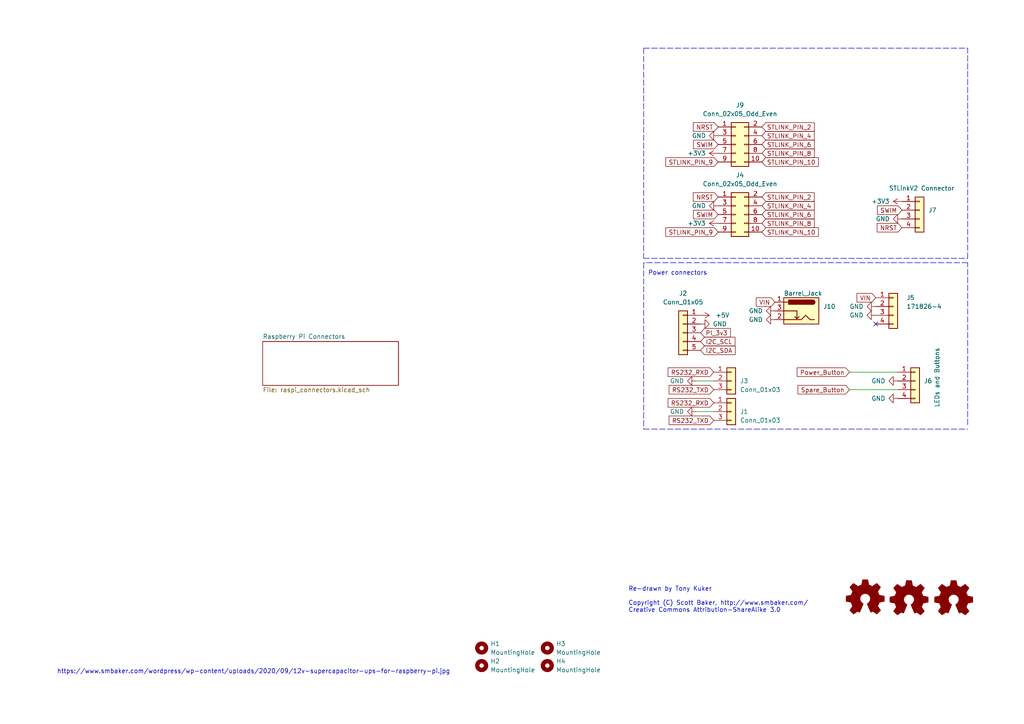
<source format=kicad_sch>
(kicad_sch (version 20211123) (generator eeschema)
  (paper "A4")
  (lib_symbols
    (symbol "Connector:Barrel_Jack_Switch" (pin_names hide)
      (property "Reference" "J" (at 0 5.334 0))
      (property "Value" "Barrel_Jack_Switch" (at 0 -5.08 0))
      (symbol "Barrel_Jack_Switch_0_1"
        (rectangle (start -5.08 3.81) (end 5.08 -3.81) (stroke (width 0.254)) (fill (type background)))
        (arc (start -3.302 3.175) (mid -3.937 2.54) (end -3.302 1.905) (stroke (width 0.254)))
        (arc (start -3.302 3.175) (mid -3.937 2.54) (end -3.302 1.905) (stroke (width 0.254)) (fill (type outline)))
        (polyline (pts (xy 1.27 -2.286) (xy 1.905 -1.651)) (stroke (width 0.254)))
        (polyline (pts (xy 5.08 2.54) (xy 3.81 2.54)) (stroke (width 0.254)))
        (polyline (pts (xy 5.08 0) (xy 1.27 0) (xy 1.27 -2.286) (xy 0.635 -1.651)) (stroke (width 0.254)))
        (polyline (pts (xy -3.81 -2.54) (xy -2.54 -2.54) (xy -1.27 -1.27) (xy 0 -2.54) (xy 2.54 -2.54) (xy 5.08 -2.54)) (stroke (width 0.254)))
        (rectangle (start 3.683 3.175) (end -3.302 1.905) (stroke (width 0.254)) (fill (type outline)))
      )
      (symbol "Barrel_Jack_Switch_1_1"
        (pin passive line (at 7.62 2.54 180) (length 2.54) (name "~") (number "1"))
        (pin passive line (at 7.62 -2.54 180) (length 2.54) (name "~") (number "2"))
        (pin passive line (at 7.62 0 180) (length 2.54) (name "~") (number "3"))
      )
    )
    (symbol "Connector_Generic:Conn_01x03" (pin_names (offset 1.016) hide)
      (property "Reference" "J" (at 0 5.08 0))
      (property "Value" "Conn_01x03" (at 0 -5.08 0))
      (symbol "Conn_01x03_1_1"
        (rectangle (start -1.27 -2.413) (end 0 -2.667) (stroke (width 0.1524)))
        (rectangle (start -1.27 0.127) (end 0 -0.127) (stroke (width 0.1524)))
        (rectangle (start -1.27 2.667) (end 0 2.413) (stroke (width 0.1524)))
        (rectangle (start -1.27 3.81) (end 1.27 -3.81) (stroke (width 0.254)) (fill (type background)))
        (pin passive line (at -5.08 2.54 0) (length 3.81) (name "Pin_1") (number "1"))
        (pin passive line (at -5.08 0 0) (length 3.81) (name "Pin_2") (number "2"))
        (pin passive line (at -5.08 -2.54 0) (length 3.81) (name "Pin_3") (number "3"))
      )
    )
    (symbol "Connector_Generic:Conn_01x04" (pin_names (offset 1.016) hide)
      (property "Reference" "J" (at 0 5.08 0))
      (property "Value" "Conn_01x04" (at 0 -7.62 0))
      (symbol "Conn_01x04_1_1"
        (rectangle (start -1.27 -4.953) (end 0 -5.207) (stroke (width 0.1524)))
        (rectangle (start -1.27 -2.413) (end 0 -2.667) (stroke (width 0.1524)))
        (rectangle (start -1.27 0.127) (end 0 -0.127) (stroke (width 0.1524)))
        (rectangle (start -1.27 2.667) (end 0 2.413) (stroke (width 0.1524)))
        (rectangle (start -1.27 3.81) (end 1.27 -6.35) (stroke (width 0.254)) (fill (type background)))
        (pin passive line (at -5.08 2.54 0) (length 3.81) (name "Pin_1") (number "1"))
        (pin passive line (at -5.08 0 0) (length 3.81) (name "Pin_2") (number "2"))
        (pin passive line (at -5.08 -2.54 0) (length 3.81) (name "Pin_3") (number "3"))
        (pin passive line (at -5.08 -5.08 0) (length 3.81) (name "Pin_4") (number "4"))
      )
    )
    (symbol "Connector_Generic:Conn_01x05" (pin_names (offset 1.016) hide)
      (property "Reference" "J" (at 0 7.62 0))
      (property "Value" "Conn_01x05" (at 0 -7.62 0))
      (symbol "Conn_01x05_1_1"
        (rectangle (start -1.27 -4.953) (end 0 -5.207) (stroke (width 0.1524)))
        (rectangle (start -1.27 -2.413) (end 0 -2.667) (stroke (width 0.1524)))
        (rectangle (start -1.27 0.127) (end 0 -0.127) (stroke (width 0.1524)))
        (rectangle (start -1.27 2.667) (end 0 2.413) (stroke (width 0.1524)))
        (rectangle (start -1.27 5.207) (end 0 4.953) (stroke (width 0.1524)))
        (rectangle (start -1.27 6.35) (end 1.27 -6.35) (stroke (width 0.254)) (fill (type background)))
        (pin passive line (at -5.08 5.08 0) (length 3.81) (name "Pin_1") (number "1"))
        (pin passive line (at -5.08 2.54 0) (length 3.81) (name "Pin_2") (number "2"))
        (pin passive line (at -5.08 0 0) (length 3.81) (name "Pin_3") (number "3"))
        (pin passive line (at -5.08 -2.54 0) (length 3.81) (name "Pin_4") (number "4"))
        (pin passive line (at -5.08 -5.08 0) (length 3.81) (name "Pin_5") (number "5"))
      )
    )
    (symbol "Connector_Generic:Conn_02x05_Odd_Even" (pin_names (offset 1.016) hide)
      (property "Reference" "J" (at 1.27 7.62 0))
      (property "Value" "Conn_02x05_Odd_Even" (at 1.27 -7.62 0))
      (symbol "Conn_02x05_Odd_Even_1_1"
        (rectangle (start -1.27 -4.953) (end 0 -5.207) (stroke (width 0.1524)))
        (rectangle (start -1.27 -2.413) (end 0 -2.667) (stroke (width 0.1524)))
        (rectangle (start -1.27 0.127) (end 0 -0.127) (stroke (width 0.1524)))
        (rectangle (start -1.27 2.667) (end 0 2.413) (stroke (width 0.1524)))
        (rectangle (start -1.27 5.207) (end 0 4.953) (stroke (width 0.1524)))
        (rectangle (start -1.27 6.35) (end 3.81 -6.35) (stroke (width 0.254)) (fill (type background)))
        (rectangle (start 3.81 -4.953) (end 2.54 -5.207) (stroke (width 0.1524)))
        (rectangle (start 3.81 -2.413) (end 2.54 -2.667) (stroke (width 0.1524)))
        (rectangle (start 3.81 0.127) (end 2.54 -0.127) (stroke (width 0.1524)))
        (rectangle (start 3.81 2.667) (end 2.54 2.413) (stroke (width 0.1524)))
        (rectangle (start 3.81 5.207) (end 2.54 4.953) (stroke (width 0.1524)))
        (pin passive line (at -5.08 5.08 0) (length 3.81) (name "Pin_1") (number "1"))
        (pin passive line (at 7.62 -5.08 180) (length 3.81) (name "Pin_10") (number "10"))
        (pin passive line (at 7.62 5.08 180) (length 3.81) (name "Pin_2") (number "2"))
        (pin passive line (at -5.08 2.54 0) (length 3.81) (name "Pin_3") (number "3"))
        (pin passive line (at 7.62 2.54 180) (length 3.81) (name "Pin_4") (number "4"))
        (pin passive line (at -5.08 0 0) (length 3.81) (name "Pin_5") (number "5"))
        (pin passive line (at 7.62 0 180) (length 3.81) (name "Pin_6") (number "6"))
        (pin passive line (at -5.08 -2.54 0) (length 3.81) (name "Pin_7") (number "7"))
        (pin passive line (at 7.62 -2.54 180) (length 3.81) (name "Pin_8") (number "8"))
        (pin passive line (at -5.08 -5.08 0) (length 3.81) (name "Pin_9") (number "9"))
      )
    )
    (symbol "Graphic:Logo_Open_Hardware_Small" (pin_names (offset 1.016))
      (symbol "Logo_Open_Hardware_Small_0_1"
        (polyline (pts (xy 3.3528 -4.3434) (xy 3.302 -4.318) (xy 3.175 -4.2418) (xy 2.9972 -4.1148) (xy 2.7686 -3.9624) (xy 2.54 -3.81) (xy 2.3622 -3.7084) (xy 2.2352 -3.6068) (xy 2.1844 -3.5814) (xy 2.159 -3.6068) (xy 2.0574 -3.6576) (xy 1.905 -3.7338) (xy 1.8034 -3.7846) (xy 1.6764 -3.8354) (xy 1.6002 -3.8354) (xy 1.6002 -3.8354) (xy 1.5494 -3.7338) (xy 1.4732 -3.5306) (xy 1.3462 -3.302) (xy 1.2446 -3.0226) (xy 1.1176 -2.7178) (xy 0.9652 -2.413) (xy 0.8636 -2.1082) (xy 0.7366 -1.8288) (xy 0.6604 -1.6256) (xy 0.6096 -1.4732) (xy 0.5842 -1.397) (xy 0.5842 -1.397) (xy 0.6604 -1.3208) (xy 0.7874 -1.2446) (xy 1.0414 -1.016) (xy 1.2954 -0.6858) (xy 1.4478 -0.3302) (xy 1.524 0.0762) (xy 1.4732 0.4572) (xy 1.3208 0.8128) (xy 1.0668 1.143) (xy 0.762 1.3716) (xy 0.4064 1.524) (xy 0 1.5748) (xy -0.381 1.5494) (xy -0.7366 1.397) (xy -1.0668 1.143) (xy -1.2192 0.9906) (xy -1.397 0.6604) (xy -1.524 0.3048) (xy -1.524 0.2286) (xy -1.4986 -0.1778) (xy -1.397 -0.5334) (xy -1.1938 -0.8636) (xy -0.9144 -1.143) (xy -0.8636 -1.1684) (xy -0.7366 -1.27) (xy -0.635 -1.3462) (xy -0.5842 -1.397) (xy -1.0668 -2.5908) (xy -1.143 -2.794) (xy -1.2954 -3.1242) (xy -1.397 -3.4036) (xy -1.4986 -3.6322) (xy -1.5748 -3.7846) (xy -1.6002 -3.8354) (xy -1.6002 -3.8354) (xy -1.651 -3.8354) (xy -1.7272 -3.81) (xy -1.905 -3.7338) (xy -2.0066 -3.683) (xy -2.1336 -3.6068) (xy -2.2098 -3.5814) (xy -2.2606 -3.6068) (xy -2.3622 -3.683) (xy -2.54 -3.81) (xy -2.7686 -3.9624) (xy -2.9718 -4.0894) (xy -3.1496 -4.2164) (xy -3.302 -4.318) (xy -3.3528 -4.3434) (xy -3.3782 -4.3434) (xy -3.429 -4.318) (xy -3.5306 -4.2164) (xy -3.7084 -4.064) (xy -3.937 -3.8354) (xy -3.9624 -3.81) (xy -4.1656 -3.6068) (xy -4.318 -3.4544) (xy -4.4196 -3.3274) (xy -4.445 -3.2766) (xy -4.445 -3.2766) (xy -4.4196 -3.2258) (xy -4.318 -3.0734) (xy -4.2164 -2.8956) (xy -4.064 -2.667) (xy -3.6576 -2.0828) (xy -3.8862 -1.5494) (xy -3.937 -1.3716) (xy -4.0386 -1.1684) (xy -4.0894 -1.0414) (xy -4.1148 -0.9652) (xy -4.191 -0.9398) (xy -4.318 -0.9144) (xy -4.5466 -0.8636) (xy -4.8006 -0.8128) (xy -5.0546 -0.7874) (xy -5.2578 -0.7366) (xy -5.4356 -0.7112) (xy -5.5118 -0.6858) (xy -5.5118 -0.6858) (xy -5.5372 -0.635) (xy -5.5372 -0.5588) (xy -5.5372 -0.4318) (xy -5.5626 -0.2286) (xy -5.5626 0.0762) (xy -5.5626 0.127) (xy -5.5372 0.4064) (xy -5.5372 0.635) (xy -5.5372 0.762) (xy -5.5372 0.8382) (xy -5.5372 0.8382) (xy -5.461 0.8382) (xy -5.3086 0.889) (xy -5.08 0.9144) (xy -4.826 0.9652) (xy -4.8006 0.9906) (xy -4.5466 1.0414) (xy -4.318 1.0668) (xy -4.1656 1.1176) (xy -4.0894 1.143) (xy -4.0894 1.143) (xy -4.0386 1.2446) (xy -3.9624 1.4224) (xy -3.8608 1.6256) (xy -3.7846 1.8288) (xy -3.7084 2.0066) (xy -3.6576 2.159) (xy -3.6322 2.2098) (xy -3.6322 2.2098) (xy -3.683 2.286) (xy -3.7592 2.413) (xy -3.8862 2.5908) (xy -4.064 2.8194) (xy -4.064 2.8448) (xy -4.2164 3.0734) (xy -4.3434 3.2512) (xy -4.4196 3.3782) (xy -4.445 3.4544) (xy -4.445 3.4544) (xy -4.3942 3.5052) (xy -4.2926 3.6322) (xy -4.1148 3.81) (xy -3.937 4.0132) (xy -3.8608 4.064) (xy -3.6576 4.2926) (xy -3.5052 4.4196) (xy -3.4036 4.4958) (xy -3.3528 4.5212) (xy -3.3528 4.5212) (xy -3.302 4.4704) (xy -3.1496 4.3688) (xy -2.9718 4.2418) (xy -2.7432 4.0894) (xy -2.7178 4.0894) (xy -2.4892 3.937) (xy -2.3114 3.81) (xy -2.1844 3.7084) (xy -2.1336 3.683) (xy -2.1082 3.683) (xy -2.032 3.7084) (xy -1.8542 3.7592) (xy -1.6764 3.8354) (xy -1.4732 3.937) (xy -1.27 4.0132) (xy -1.143 4.064) (xy -1.0668 4.1148) (xy -1.0668 4.1148) (xy -1.0414 4.191) (xy -1.016 4.3434) (xy -0.9652 4.572) (xy -0.9144 4.8514) (xy -0.889 4.9022) (xy -0.8382 5.1562) (xy -0.8128 5.3848) (xy -0.7874 5.5372) (xy -0.762 5.588) (xy -0.7112 5.6134) (xy -0.5842 5.6134) (xy -0.4064 5.6134) (xy -0.1524 5.6134) (xy 0.0762 5.6134) (xy 0.3302 5.6134) (xy 0.5334 5.6134) (xy 0.6858 5.588) (xy 0.7366 5.588) (xy 0.7366 5.588) (xy 0.762 5.5118) (xy 0.8128 5.334) (xy 0.8382 5.1054) (xy 0.9144 4.826) (xy 0.9144 4.7752) (xy 0.9652 4.5212) (xy 1.016 4.2926) (xy 1.0414 4.1402) (xy 1.0668 4.0894) (xy 1.0668 4.0894) (xy 1.1938 4.0386) (xy 1.3716 3.9624) (xy 1.5748 3.8608) (xy 2.0828 3.6576) (xy 2.7178 4.0894) (xy 2.7686 4.1402) (xy 2.9972 4.2926) (xy 3.175 4.4196) (xy 3.302 4.4958) (xy 3.3782 4.5212) (xy 3.3782 4.5212) (xy 3.429 4.4704) (xy 3.556 4.3434) (xy 3.7338 4.191) (xy 3.9116 3.9878) (xy 4.064 3.8354) (xy 4.2418 3.6576) (xy 4.3434 3.556) (xy 4.4196 3.4798) (xy 4.4196 3.429) (xy 4.4196 3.4036) (xy 4.3942 3.3274) (xy 4.2926 3.2004) (xy 4.1656 2.9972) (xy 4.0132 2.794) (xy 3.8862 2.5908) (xy 3.7592 2.3876) (xy 3.6576 2.2352) (xy 3.6322 2.159) (xy 3.6322 2.1336) (xy 3.683 2.0066) (xy 3.7592 1.8288) (xy 3.8608 1.6002) (xy 4.064 1.1176) (xy 4.3942 1.0414) (xy 4.5974 1.016) (xy 4.8768 0.9652) (xy 5.1308 0.9144) (xy 5.5372 0.8382) (xy 5.5626 -0.6604) (xy 5.4864 -0.6858) (xy 5.4356 -0.6858) (xy 5.2832 -0.7366) (xy 5.0546 -0.762) (xy 4.8006 -0.8128) (xy 4.5974 -0.8636) (xy 4.3688 -0.9144) (xy 4.2164 -0.9398) (xy 4.1402 -0.9398) (xy 4.1148 -0.9652) (xy 4.064 -1.0668) (xy 3.9878 -1.2446) (xy 3.9116 -1.4478) (xy 3.81 -1.651) (xy 3.7338 -1.8542) (xy 3.683 -2.0066) (xy 3.6576 -2.0828) (xy 3.683 -2.1336) (xy 3.7846 -2.2606) (xy 3.8862 -2.4638) (xy 4.0386 -2.667) (xy 4.191 -2.8956) (xy 4.318 -3.0734) (xy 4.3942 -3.2004) (xy 4.445 -3.2766) (xy 4.4196 -3.3274) (xy 4.3434 -3.429) (xy 4.1656 -3.5814) (xy 3.937 -3.8354) (xy 3.8862 -3.8608) (xy 3.683 -4.064) (xy 3.5306 -4.2164) (xy 3.4036 -4.318) (xy 3.3528 -4.3434)) (fill (type outline)))
      )
    )
    (symbol "Mechanical:MountingHole" (pin_names (offset 1.016))
      (property "Reference" "H" (at 0 5.08 0))
      (property "Value" "MountingHole" (at 0 3.175 0))
      (symbol "MountingHole_0_1"
        (circle (center 0 0) (radius 1.27) (stroke (width 1.27)))
      )
    )
    (symbol "power:+3.3V" (power) (pin_names (offset 0))
      (property "Value" "+3.3V" (at 0 3.556 0))
      (symbol "+3.3V_0_1"
        (polyline (pts (xy -0.762 1.27) (xy 0 2.54)))
        (polyline (pts (xy 0 0) (xy 0 2.54)))
        (polyline (pts (xy 0 2.54) (xy 0.762 1.27)))
      )
      (symbol "+3.3V_1_1"
        (pin power_in line (at 0 0 90) (length 0) hide (name "+3V3") (number "1"))
      )
    )
    (symbol "power:+5V" (power) (pin_names (offset 0))
      (property "Value" "+5V" (at 0 3.556 0))
      (symbol "+5V_0_1"
        (polyline (pts (xy -0.762 1.27) (xy 0 2.54)))
        (polyline (pts (xy 0 0) (xy 0 2.54)))
        (polyline (pts (xy 0 2.54) (xy 0.762 1.27)))
      )
      (symbol "+5V_1_1"
        (pin power_in line (at 0 0 90) (length 0) hide (name "+5V") (number "1"))
      )
    )
    (symbol "power:GND" (power) (pin_names (offset 0))
      (property "Value" "GND" (at 0 -3.81 0))
      (symbol "GND_0_1"
        (polyline (pts (xy 0 0) (xy 0 -1.27) (xy 1.27 -1.27) (xy 0 -2.54) (xy -1.27 -1.27) (xy 0 -1.27)))
      )
      (symbol "GND_1_1"
        (pin power_in line (at 0 0 270) (length 0) hide (name "GND") (number "1"))
      )
    )
  )
  (no_connect (at 254 93.98))
  (wire (pts (xy 201.93 119.38) (xy 207.01 119.38)))
  (polyline (pts (xy 186.69 13.97) (xy 280.67 13.97)))
  (wire (pts (xy 246.38 107.95) (xy 260.35 107.95)))
  (polyline (pts (xy 186.69 76.2) (xy 186.69 124.46)))
  (polyline (pts (xy 186.69 124.46) (xy 280.67 124.46)))
  (polyline (pts (xy 186.69 13.97) (xy 186.69 74.93)))
  (wire (pts (xy 246.38 113.03) (xy 260.35 113.03)))
  (wire (pts (xy 201.93 110.49) (xy 207.01 110.49)))
  (polyline (pts (xy 186.69 74.93) (xy 280.67 74.93)))
  (polyline (pts (xy 280.67 74.93) (xy 280.67 13.97)))
  (polyline (pts (xy 280.67 123.19) (xy 280.67 76.2)))
  (polyline (pts (xy 280.67 76.2) (xy 186.69 76.2)))
  (text "https://www.smbaker.com/wordpress/wp-content/uploads/2020/09/12v-supercapacitor-ups-for-raspberry-pi.jpg" (at 16.51 195.58 0) (effects (font (size 1.27 1.27)) (justify left bottom)))
  (text "Power connectors" (at 187.96 80.01 0) (effects (font (size 1.27 1.27)) (justify left bottom)))
  (text "Re-drawn by Tony Kuker\n\nCopyright (C) Scott Baker, http://www.smbaker.com/\nCreative Commons Attribution-ShareAlike 3.0" (at 182.245 177.8 0) (effects (font (size 1.27 1.27)) (justify left bottom)))
  (global_label "SWIM" (shape input) (at 208.28 62.23 180) (property "Intersheet References" "${INTERSHEET_REFS}" (effects hide)))
  (global_label "I2C_SDA" (shape input) (at 203.2 101.6 0) (property "Intersheet References" "${INTERSHEET_REFS}" (effects hide)))
  (global_label "STLINK_PIN_10" (shape input) (at 220.98 46.99 0) (property "Intersheet References" "${INTERSHEET_REFS}" (effects hide)))
  (global_label "STLINK_PIN_6" (shape input) (at 220.98 62.23 0) (property "Intersheet References" "${INTERSHEET_REFS}" (effects hide)))
  (global_label "RS232_RXD" (shape input) (at 207.01 116.84 180) (property "Intersheet References" "${INTERSHEET_REFS}" (effects hide)))
  (global_label "RS232_TXD" (shape input) (at 207.01 113.03 180) (property "Intersheet References" "${INTERSHEET_REFS}" (effects hide)))
  (global_label "SWIM" (shape input) (at 261.62 60.96 180) (property "Intersheet References" "${INTERSHEET_REFS}" (effects hide)))
  (global_label "NRST" (shape input) (at 261.62 66.04 180) (property "Intersheet References" "${INTERSHEET_REFS}" (effects hide)))
  (global_label "STLINK_PIN_6" (shape input) (at 220.98 41.91 0) (property "Intersheet References" "${INTERSHEET_REFS}" (effects hide)))
  (global_label "STLINK_PIN_4" (shape input) (at 220.98 59.69 0) (property "Intersheet References" "${INTERSHEET_REFS}" (effects hide)))
  (global_label "RS232_RXD" (shape input) (at 207.01 107.95 180) (property "Intersheet References" "${INTERSHEET_REFS}" (effects hide)))
  (global_label "STLINK_PIN_9" (shape input) (at 208.28 67.31 180) (property "Intersheet References" "${INTERSHEET_REFS}" (effects hide)))
  (global_label "RS232_TXD" (shape input) (at 207.01 121.92 180) (property "Intersheet References" "${INTERSHEET_REFS}" (effects hide)))
  (global_label "Spare_Button" (shape input) (at 246.38 113.03 180) (property "Intersheet References" "${INTERSHEET_REFS}" (effects hide)))
  (global_label "STLINK_PIN_8" (shape input) (at 220.98 64.77 0) (property "Intersheet References" "${INTERSHEET_REFS}" (effects hide)))
  (global_label "STLINK_PIN_2" (shape input) (at 220.98 36.83 0) (property "Intersheet References" "${INTERSHEET_REFS}" (effects hide)))
  (global_label "STLINK_PIN_4" (shape input) (at 220.98 39.37 0) (property "Intersheet References" "${INTERSHEET_REFS}" (effects hide)))
  (global_label "STLINK_PIN_9" (shape input) (at 208.28 46.99 180) (property "Intersheet References" "${INTERSHEET_REFS}" (effects hide)))
  (global_label "VIN" (shape input) (at 224.79 87.63 180) (property "Intersheet References" "${INTERSHEET_REFS}" (effects hide)))
  (global_label "NRST" (shape input) (at 208.28 57.15 180) (property "Intersheet References" "${INTERSHEET_REFS}" (effects hide)))
  (global_label "VIN" (shape input) (at 254 86.36 180) (property "Intersheet References" "${INTERSHEET_REFS}" (effects hide)))
  (global_label "PI_3v3" (shape input) (at 203.2 96.52 0) (property "Intersheet References" "${INTERSHEET_REFS}" (effects hide)))
  (global_label "STLINK_PIN_2" (shape input) (at 220.98 57.15 0) (property "Intersheet References" "${INTERSHEET_REFS}" (effects hide)))
  (global_label "STLINK_PIN_10" (shape input) (at 220.98 67.31 0) (property "Intersheet References" "${INTERSHEET_REFS}" (effects hide)))
  (global_label "I2C_SCL" (shape input) (at 203.2 99.06 0) (property "Intersheet References" "${INTERSHEET_REFS}" (effects hide)))
  (global_label "SWIM" (shape input) (at 208.28 41.91 180) (property "Intersheet References" "${INTERSHEET_REFS}" (effects hide)))
  (global_label "STLINK_PIN_8" (shape input) (at 220.98 44.45 0) (property "Intersheet References" "${INTERSHEET_REFS}" (effects hide)))
  (global_label "Power_Button" (shape input) (at 246.38 107.95 180) (property "Intersheet References" "${INTERSHEET_REFS}" (effects hide)))
  (global_label "NRST" (shape input) (at 208.28 36.83 180) (property "Intersheet References" "${INTERSHEET_REFS}" (effects hide)))
  (symbol (lib_id "Mechanical:MountingHole") (at 139.7 193.04 0) (unit 1)
    (property "Reference" "H2" (at 142.24 191.7699 0) (effects (justify left)))
    (property "Value" "MountingHole" (at 142.24 194.3099 0) (effects (justify left)))
    (property "Footprint" "MountingHole:MountingHole_2.7mm_M2.5" (effects hide))
    (property "LCSC" "DNP" (effects hide))
  )
  (symbol (lib_id "power:+5V") (at 203.2 91.44 270) (unit 1)
    (property "Reference" "#PWR0102" (effects hide))
    (property "Value" "+5V" (at 207.518 91.4399 90) (effects (justify left)))
  )
  (symbol (lib_id "power:+3.3V") (at 208.28 64.77 90) (unit 1)
    (property "Reference" "#PWR03" (effects hide))
    (property "Value" "+3.3V" (at 199.39 64.77 90) (effects (justify right)))
  )
  (symbol (lib_id "Connector_Generic:Conn_02x05_Odd_Even") (at 213.36 41.91 0) (unit 1)
    (property "Reference" "J9" (at 214.63 30.48 0))
    (property "Value" "Conn_02x05_Odd_Even" (at 214.63 33.02 0))
    (property "Footprint" "Connector_PinHeader_2.54mm:PinHeader_2x05_P2.54mm_Vertical" (effects hide))
  )
  (symbol (lib_id "Connector_Generic:Conn_01x03") (at 212.09 110.49 0) (unit 1)
    (property "Reference" "J3" (at 214.63 110.4899 0) (effects (justify left)))
    (property "Value" "Conn_01x03" (at 214.63 113.0299 0) (effects (justify left)))
    (property "Footprint" "Connector_PinHeader_2.54mm:PinHeader_1x03_P2.54mm_Vertical" (effects hide))
    (property "DigikeyPN" "A106204-ND" (effects hide))
    (property "LCSC" "DNP" (effects hide))
  )
  (symbol (lib_id "power:GND") (at 203.2 93.98 90) (unit 1)
    (property "Reference" "#PWR019" (effects hide))
    (property "Value" "GND" (at 210.82 93.98 90) (effects (justify left)))
  )
  (symbol (lib_id "Connector_Generic:Conn_01x04") (at 265.43 110.49 0) (unit 1)
    (property "Reference" "J6" (at 267.97 110.4899 0) (effects (justify left)))
    (property "Value" "LEDs and Buttons" (at 271.78 118.11 90) (effects (justify left)))
    (property "Footprint" "Connector_PinHeader_2.54mm:PinHeader_1x04_P2.54mm_Vertical" (effects hide))
    (property "LCSC" "DNP" (effects hide))
  )
  (symbol (lib_id "power:GND") (at 201.93 110.49 270) (unit 1)
    (property "Reference" "#PWR018" (effects hide))
    (property "Value" "GND" (at 194.31 110.49 90) (effects (justify left)))
  )
  (symbol (lib_id "power:GND") (at 201.93 119.38 270) (unit 1)
    (property "Reference" "#PWR01" (effects hide))
    (property "Value" "GND" (at 194.31 119.38 90) (effects (justify left)))
  )
  (symbol (lib_id "Connector_Generic:Conn_02x05_Odd_Even") (at 213.36 62.23 0) (unit 1)
    (property "Reference" "J4" (at 214.63 50.8 0))
    (property "Value" "Conn_02x05_Odd_Even" (at 214.63 53.34 0))
    (property "Footprint" "Connector_PinHeader_2.54mm:PinHeader_2x05_P2.54mm_Vertical" (effects hide))
  )
  (symbol (lib_id "power:GND") (at 224.79 90.17 270) (unit 1)
    (property "Reference" "#PWR0105" (effects hide))
    (property "Value" "GND" (at 217.17 90.17 90) (effects (justify left)))
  )
  (symbol (lib_id "Connector_Generic:Conn_01x04") (at 259.08 88.9 0) (unit 1)
    (property "Reference" "J5" (at 262.89 86.3599 0) (effects (justify left)))
    (property "Value" "171826-4" (at 262.89 88.8999 0) (effects (justify left)))
    (property "Footprint" "TE_171826-4" (effects hide))
    (property "EU_RoHS_Compliance" "Compliant" (effects hide))
    (property "Comment" "171826-4" (effects hide))
    (property "LCSC" "DNP" (effects hide))
  )
  (symbol (lib_id "power:GND") (at 261.62 63.5 270) (unit 1)
    (property "Reference" "#PWR030" (effects hide))
    (property "Value" "GND" (at 254 63.5 90) (effects (justify left)))
  )
  (symbol (lib_id "Connector_Generic:Conn_01x05") (at 198.12 96.52 0) (mirror y) (unit 1)
    (property "Reference" "J2" (at 198.12 85.09 0))
    (property "Value" "Conn_01x05" (at 198.12 87.63 0))
    (property "Footprint" "Connector_PinHeader_2.54mm:PinHeader_1x05_P2.54mm_Vertical" (effects hide))
    (property "DigikeyPN" "NA" (effects hide))
    (property "LCSC" "DNP" (effects hide))
  )
  (symbol (lib_id "Graphic:Logo_Open_Hardware_Small") (at 263.652 173.99 0) (unit 1)
    (property "Reference" "Z2" (effects hide))
    (property "Value" "Logo_Open_Hardware_Small" (effects hide))
    (property "Footprint" "Symbol:CE-Logo_8.5x6mm_SilkScreen" (effects hide))
  )
  (symbol (lib_id "power:GND") (at 208.28 59.69 270) (unit 1)
    (property "Reference" "#PWR02" (effects hide))
    (property "Value" "GND" (at 200.66 59.69 90) (effects (justify left)))
  )
  (symbol (lib_id "Mechanical:MountingHole") (at 158.75 187.96 0) (unit 1)
    (property "Reference" "H3" (at 161.29 186.6899 0) (effects (justify left)))
    (property "Value" "MountingHole" (at 161.29 189.2299 0) (effects (justify left)))
    (property "Footprint" "MountingHole:MountingHole_2.7mm_M2.5" (effects hide))
    (property "LCSC" "DNP" (effects hide))
  )
  (symbol (lib_id "Connector_Generic:Conn_01x04") (at 266.7 60.96 0) (unit 1)
    (property "Reference" "J7" (at 269.24 60.9599 0) (effects (justify left)))
    (property "Value" "STLinkV2 Connector" (at 257.81 54.61 0) (effects (justify left)))
    (property "Footprint" "Connector_PinHeader_2.54mm:PinHeader_1x04_P2.54mm_Vertical" (effects hide))
  )
  (symbol (lib_id "power:GND") (at 254 88.9 270) (unit 1)
    (property "Reference" "#PWR025" (effects hide))
    (property "Value" "GND" (at 246.38 88.9 90) (effects (justify left)))
  )
  (symbol (lib_id "power:+3.3V") (at 208.28 44.45 90) (unit 1)
    (property "Reference" "#PWR05" (effects hide))
    (property "Value" "+3.3V" (at 199.39 44.45 90) (effects (justify right)))
  )
  (symbol (lib_id "Graphic:Logo_Open_Hardware_Small") (at 250.952 173.736 0) (unit 1)
    (property "Reference" "Z4" (effects hide))
    (property "Value" "Logo_Open_Hardware_Small" (effects hide))
    (property "Footprint" "Symbol:OSHW-Logo_7.5x8mm_SilkScreen" (effects hide))
  )
  (symbol (lib_id "Mechanical:MountingHole") (at 139.7 187.96 0) (unit 1)
    (property "Reference" "H1" (at 142.24 186.6899 0) (effects (justify left)))
    (property "Value" "MountingHole" (at 142.24 189.2299 0) (effects (justify left)))
    (property "Footprint" "MountingHole:MountingHole_2.7mm_M2.5" (effects hide))
    (property "LCSC" "DNP" (effects hide))
  )
  (symbol (lib_id "power:GND") (at 260.35 110.49 270) (unit 1)
    (property "Reference" "#PWR027" (effects hide))
    (property "Value" "GND" (at 252.73 110.49 90) (effects (justify left)))
  )
  (symbol (lib_id "power:+3.3V") (at 261.62 58.42 90) (unit 1)
    (property "Reference" "#PWR029" (effects hide))
    (property "Value" "+3.3V" (at 252.73 58.42 90) (effects (justify right)))
  )
  (symbol (lib_id "Connector:Barrel_Jack_Switch") (at 232.41 90.17 0) (mirror y) (unit 1)
    (property "Reference" "J10" (at 238.76 88.8999 0) (effects (justify right)))
    (property "Value" "Barrel_Jack" (at 227.33 85.09 0) (effects (justify right)))
    (property "Footprint" "Connector_BarrelJack:BarrelJack_Wuerth_6941xx301002" (effects hide))
    (property "LCSC" "C521451" (effects hide))
  )
  (symbol (lib_id "Graphic:Logo_Open_Hardware_Small") (at 276.606 173.99 0) (unit 1) (in_bom no)
    (property "Reference" "Z3" (effects hide))
    (property "Value" "Logo_Open_Hardware_Small" (effects hide))
    (property "Footprint" "Symbol:KiCad-Logo_5mm_Copper" (effects hide))
  )
  (symbol (lib_id "power:GND") (at 224.79 92.71 270) (unit 1)
    (property "Reference" "#PWR0104" (effects hide))
    (property "Value" "GND" (at 217.17 92.71 90) (effects (justify left)))
  )
  (symbol (lib_id "Connector_Generic:Conn_01x03") (at 212.09 119.38 0) (unit 1)
    (property "Reference" "J1" (at 214.63 119.3799 0) (effects (justify left)))
    (property "Value" "Conn_01x03" (at 214.63 121.9199 0) (effects (justify left)))
    (property "Footprint" "Connector_PinHeader_2.54mm:PinHeader_1x03_P2.54mm_Vertical" (effects hide))
    (property "DigikeyPN" "A106204-ND" (effects hide))
    (property "LCSC" "DNP" (effects hide))
  )
  (symbol (lib_id "power:GND") (at 208.28 39.37 270) (unit 1)
    (property "Reference" "#PWR04" (effects hide))
    (property "Value" "GND" (at 200.66 39.37 90) (effects (justify left)))
  )
  (symbol (lib_id "power:GND") (at 260.35 115.57 270) (unit 1)
    (property "Reference" "#PWR028" (effects hide))
    (property "Value" "GND" (at 252.73 115.57 90) (effects (justify left)))
  )
  (symbol (lib_id "power:GND") (at 254 91.44 270) (unit 1)
    (property "Reference" "#PWR026" (effects hide))
    (property "Value" "GND" (at 246.38 91.44 90) (effects (justify left)))
  )
  (symbol (lib_id "Mechanical:MountingHole") (at 158.75 193.04 0) (unit 1)
    (property "Reference" "H4" (at 161.29 191.7699 0) (effects (justify left)))
    (property "Value" "MountingHole" (at 161.29 194.3099 0) (effects (justify left)))
    (property "Footprint" "MountingHole:MountingHole_2.7mm_M2.5" (effects hide))
    (property "LCSC" "DNP" (effects hide))
  )
  (sheet (at 76.2 99.06) (size 39.37 12.7) (stroke (width 0.1524))
    (property "Sheet name" "Raspberry Pi Connectors" (at 76.2 98.3484 0) (effects (justify left bottom)))
    (property "Sheet file" "raspi_connectors.kicad_sch" (at 76.2 112.3446 0) (effects (justify left top)))
  )
)
</source>
